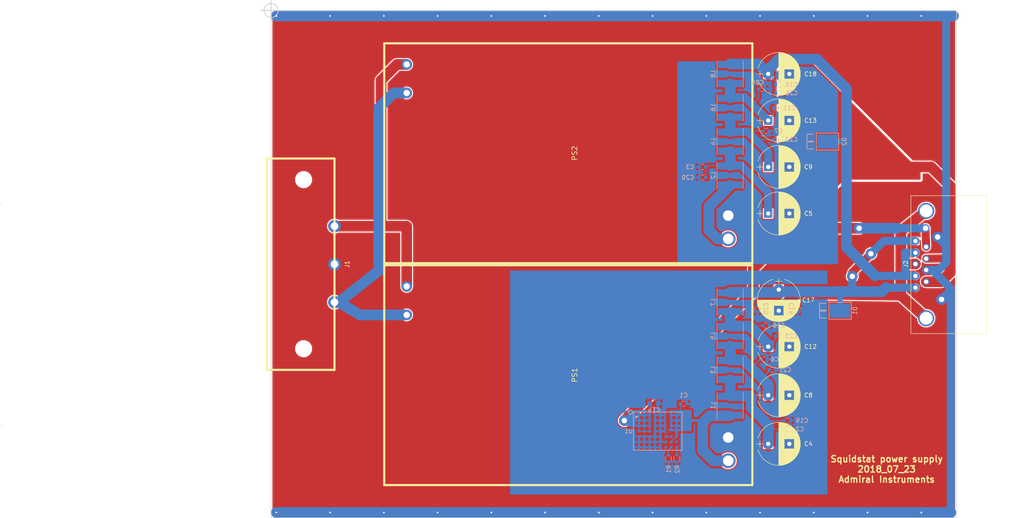
<source format=kicad_pcb>
(kicad_pcb (version 4) (host pcbnew 4.0.7)
  (layers (0 F.Cu signal) (31 B.Cu signal hide) (34 B.Paste user) (35 F.Paste user hide) (36 B.SilkS user) (37 F.SilkS user) (38 B.Mask user hide) (39 F.Mask user hide) (44 Edge.Cuts user))
  (net 0 "")
  (net 1 GND)
  (net 2 "Net-(C1-Pad1)")
  (net 3 /+0v,B)
  (net 4 "Net-(C10-Pad1)")
  (net 5 "Net-(C11-Pad1)")
  (net 6 /3.3v)
  (net 7 /+24v,A)
  (net 8 /+24v,B)
  (net 9 Earth)
  (net 10 "Net-(L2-Pad2)")
  (net 11 "Net-(J1-Pad1)")
  (net 12 "Net-(J1-Pad2)")
  (net 13 "Net-(R1-Pad1)")
  (net 14 "Net-(R2-Pad1)")
  (net 15 "Net-(U1-PadF7)")
  (net 16 "Net-(U1-PadH6)")
  (net 17 "Net-(U1-PadF5)")
  (net 18 "Net-(C19-Pad1)")
  (net 19 "Net-(C20-Pad1)")
  (net 20 "Net-(C21-Pad1)")
  (net 21 "Net-(C22-Pad1)")
  (module user:IRM-60-24 (layer F.Cu) (at 113.76 7.75)
    (fp_text reference PS2 (at -42 26 90) (layer F.SilkS) (effects (font (size 1.2 1.2))))
    (fp_text value IRM-6024)
    (pad 3 thru_hole circle (at -5.7 46.25) (size 3.5 3.5) (drill 2.5) (layers *.Cu *.Mask) (net 10 "Net-(L2-Pad2)"))
    (pad 1 thru_hole circle (at -81.7 5) (size 2.5 2.5) (drill 1.5) (layers *.Cu *.Mask) (net 11 "Net-(J1-Pad1)"))
    (pad 2 thru_hole circle (at -81.7 11.75) (size 2.5 2.5) (drill 1.5) (layers *.Cu *.Mask) (net 12 "Net-(J1-Pad2)"))
    (pad 4 thru_hole circle (at -5.7 40.75) (size 3.5 3.5) (drill 2.5) (layers *.Cu *.Mask) (net 3 /+0v,B))
  )
  (module Capacitors_SMD:C_0603 (layer B.Cu) (at 97.5 93)
    (fp_text reference C1 (at 0 -2) (layer B.SilkS) (effects (justify mirror)))
    (fp_text value 2.2u)
    (pad 2 smd rect (at 0.75 0) (size 0.8 0.75) (layers B.Cu B.Paste B.Mask) (net 1 GND))
    (pad 1 smd rect (at -0.75 0) (size 0.8 0.75) (layers B.Cu B.Paste B.Mask) (net 2 "Net-(C1-Pad1)"))
  )
  (module Capacitors_SMD:C_0603 (layer B.Cu) (at 122 99)
    (fp_text reference C2 (at 3 0) (layer B.SilkS) (effects (justify mirror)))
    (fp_text value 1u)
    (pad 2 smd rect (at 0.75 0) (size 0.8 0.75) (layers B.Cu B.Paste B.Mask) (net 1 GND))
    (pad 1 smd rect (at -0.75 0) (size 0.8 0.75) (layers B.Cu B.Paste B.Mask) (net 18 "Net-(C19-Pad1)"))
  )
  (module Capacitors_SMD:C_0603 (layer B.Cu) (at 102 37 180)
    (fp_text reference C3 (at 3 0 180) (layer B.SilkS) (effects (justify mirror)))
    (fp_text value 1u)
    (pad 2 smd rect (at 0.75 0 180) (size 0.8 0.75) (layers B.Cu B.Paste B.Mask) (net 3 /+0v,B))
    (pad 1 smd rect (at -0.75 0 180) (size 0.8 0.75) (layers B.Cu B.Paste B.Mask) (net 19 "Net-(C20-Pad1)"))
  )
  (module Capacitors_THT:CP_Radial_D10.0mm_P5.00mm (layer F.Cu) (at 117.5 102.5)
    (fp_text reference C4 (at 9.5 0) (layer F.SilkS))
    (fp_text value 560u)
    (pad 1 thru_hole rect (at 0 0) (size 2 2) (drill 1) (layers *.Cu *.Mask) (net 18 "Net-(C19-Pad1)"))
    (pad 2 thru_hole circle (at 5 0) (size 2 2) (drill 1) (layers *.Cu *.Mask) (net 1 GND))
  )
  (module Capacitors_THT:CP_Radial_D10.0mm_P5.00mm (layer F.Cu) (at 117.5 48)
    (fp_text reference C5 (at 9.5 0) (layer F.SilkS))
    (fp_text value 560u)
    (pad 1 thru_hole rect (at 0 0) (size 2 2) (drill 1) (layers *.Cu *.Mask) (net 19 "Net-(C20-Pad1)"))
    (pad 2 thru_hole circle (at 5 0) (size 2 2) (drill 1) (layers *.Cu *.Mask) (net 3 /+0v,B))
  )
  (module Capacitors_SMD:C_0603 (layer B.Cu) (at 116.5 82.5)
    (fp_text reference C6 (at 2.5 0) (layer B.SilkS) (effects (justify mirror)))
    (fp_text value 1u)
    (pad 2 smd rect (at 0.75 0) (size 0.8 0.75) (layers B.Cu B.Paste B.Mask) (net 1 GND))
    (pad 1 smd rect (at -0.75 0) (size 0.8 0.75) (layers B.Cu B.Paste B.Mask) (net 20 "Net-(C21-Pad1)"))
  )
  (module Capacitors_SMD:C_0603 (layer B.Cu) (at 117 28.5)
    (fp_text reference C7 (at 3 0) (layer B.SilkS) (effects (justify mirror)))
    (fp_text value 1u)
    (pad 2 smd rect (at 0.75 0) (size 0.8 0.75) (layers B.Cu B.Paste B.Mask) (net 3 /+0v,B))
    (pad 1 smd rect (at -0.75 0) (size 0.8 0.75) (layers B.Cu B.Paste B.Mask) (net 21 "Net-(C22-Pad1)"))
  )
  (module Capacitors_THT:CP_Radial_D10.0mm_P5.00mm (layer F.Cu) (at 117.5 91)
    (fp_text reference C8 (at 9.5 0) (layer F.SilkS))
    (fp_text value 560u)
    (pad 1 thru_hole rect (at 0 0) (size 2 2) (drill 1) (layers *.Cu *.Mask) (net 20 "Net-(C21-Pad1)"))
    (pad 2 thru_hole circle (at 5 0) (size 2 2) (drill 1) (layers *.Cu *.Mask) (net 1 GND))
  )
  (module Capacitors_THT:CP_Radial_D10.0mm_P5.00mm (layer F.Cu) (at 117.5 37)
    (fp_text reference C9 (at 9.5 0) (layer F.SilkS))
    (fp_text value 560u)
    (pad 1 thru_hole rect (at 0 0) (size 2 2) (drill 1) (layers *.Cu *.Mask) (net 21 "Net-(C22-Pad1)"))
    (pad 2 thru_hole circle (at 5 0) (size 2 2) (drill 1) (layers *.Cu *.Mask) (net 3 /+0v,B))
  )
  (module Capacitors_SMD:C_0603 (layer B.Cu) (at 117 74.5)
    (fp_text reference C10 (at 3 0) (layer B.SilkS) (effects (justify mirror)))
    (fp_text value 1u)
    (pad 2 smd rect (at 0.75 0) (size 0.8 0.75) (layers B.Cu B.Paste B.Mask) (net 1 GND))
    (pad 1 smd rect (at -0.75 0) (size 0.8 0.75) (layers B.Cu B.Paste B.Mask) (net 4 "Net-(C10-Pad1)"))
  )
  (module Capacitors_SMD:C_0603 (layer B.Cu) (at 119.5 23)
    (fp_text reference C11 (at 3 0) (layer B.SilkS) (effects (justify mirror)))
    (fp_text value 1u)
    (pad 2 smd rect (at 0.75 0) (size 0.8 0.75) (layers B.Cu B.Paste B.Mask) (net 3 /+0v,B))
    (pad 1 smd rect (at -0.75 0) (size 0.8 0.75) (layers B.Cu B.Paste B.Mask) (net 5 "Net-(C11-Pad1)"))
  )
  (module Capacitors_THT:CP_Radial_D10.0mm_P5.00mm (layer F.Cu) (at 117.5 79.5)
    (fp_text reference C12 (at 10 0) (layer F.SilkS))
    (fp_text value 560u)
    (pad 1 thru_hole rect (at 0 0) (size 2 2) (drill 1) (layers *.Cu *.Mask) (net 4 "Net-(C10-Pad1)"))
    (pad 2 thru_hole circle (at 5 0) (size 2 2) (drill 1) (layers *.Cu *.Mask) (net 1 GND))
  )
  (module Capacitors_THT:CP_Radial_D10.0mm_P5.00mm (layer F.Cu) (at 117.5 26)
    (fp_text reference C13 (at 10 0) (layer F.SilkS))
    (fp_text value 560u)
    (pad 1 thru_hole rect (at 0 0) (size 2 2) (drill 1) (layers *.Cu *.Mask) (net 5 "Net-(C11-Pad1)"))
    (pad 2 thru_hole circle (at 5 0) (size 2 2) (drill 1) (layers *.Cu *.Mask) (net 3 /+0v,B))
  )
  (module Capacitors_SMD:C_0603 (layer B.Cu) (at 124.5 70.5 270)
    (fp_text reference C15 (at 0 1.5 270) (layer B.SilkS) (effects (justify mirror)))
    (fp_text value 1u)
    (pad 2 smd rect (at 0.75 0 270) (size 0.8 0.75) (layers B.Cu B.Paste B.Mask) (net 1 GND))
    (pad 1 smd rect (at -0.75 0 270) (size 0.8 0.75) (layers B.Cu B.Paste B.Mask) (net 7 /+24v,A))
  )
  (module Capacitors_SMD:C_0603 (layer B.Cu) (at 120 17.5)
    (fp_text reference C16 (at 3 0) (layer B.SilkS) (effects (justify mirror)))
    (fp_text value 1u)
    (pad 2 smd rect (at 0.75 0) (size 0.8 0.75) (layers B.Cu B.Paste B.Mask) (net 3 /+0v,B))
    (pad 1 smd rect (at -0.75 0) (size 0.8 0.75) (layers B.Cu B.Paste B.Mask) (net 8 /+24v,B))
  )
  (module Capacitors_THT:CP_Radial_D10.0mm_P5.00mm (layer F.Cu) (at 120 66 270)
    (fp_text reference C17 (at 2.5 -7 360) (layer F.SilkS))
    (fp_text value 560u)
    (pad 1 thru_hole rect (at 0 0 270) (size 2 2) (drill 1) (layers *.Cu *.Mask) (net 7 /+24v,A))
    (pad 2 thru_hole circle (at 5 0 270) (size 2 2) (drill 1) (layers *.Cu *.Mask) (net 1 GND))
  )
  (module Capacitors_THT:CP_Radial_D10.0mm_P5.00mm (layer F.Cu) (at 117.5 15)
    (fp_text reference C18 (at 10 0) (layer F.SilkS))
    (fp_text value 560u)
    (pad 1 thru_hole rect (at 0 0) (size 2 2) (drill 1) (layers *.Cu *.Mask) (net 8 /+24v,B))
    (pad 2 thru_hole circle (at 5 0) (size 2 2) (drill 1) (layers *.Cu *.Mask) (net 3 /+0v,B))
  )
  (module user:IRM-60-24 (layer F.Cu) (at 113.76 60.25)
    (fp_text reference PS1 (at -42 26 90) (layer F.SilkS) (effects (font (size 1.2 1.2))))
    (fp_text value IRM-6024)
    (pad 3 thru_hole circle (at -5.7 46.25) (size 3.5 3.5) (drill 2.5) (layers *.Cu *.Mask) (net 2 "Net-(C1-Pad1)"))
    (pad 1 thru_hole circle (at -81.7 5) (size 2.5 2.5) (drill 1.5) (layers *.Cu *.Mask) (net 11 "Net-(J1-Pad1)"))
    (pad 2 thru_hole circle (at -81.7 11.75) (size 2.5 2.5) (drill 1.5) (layers *.Cu *.Mask) (net 12 "Net-(J1-Pad2)"))
    (pad 4 thru_hole circle (at -5.7 40.75) (size 3.5 3.5) (drill 2.5) (layers *.Cu *.Mask) (net 1 GND))
  )
  (module Resistors_SMD:R_0603 (layer B.Cu) (at 93.9 106 270)
    (fp_text reference R1 (at 2.5 -0.1 270) (layer B.SilkS) (effects (justify mirror)))
    (fp_text value 42.2k)
    (pad 1 smd rect (at -0.75 0 270) (size 0.5 0.9) (layers B.Cu B.Paste B.Mask) (net 13 "Net-(R1-Pad1)"))
    (pad 2 smd rect (at 0.75 0 270) (size 0.5 0.9) (layers B.Cu B.Paste B.Mask) (net 1 GND))
  )
  (module Resistors_SMD:R_0603 (layer B.Cu) (at 95.9 106 270)
    (fp_text reference R2 (at 2.5 -0.1 270) (layer B.SilkS) (effects (justify mirror)))
    (fp_text value 154k)
    (pad 1 smd rect (at -0.75 0 270) (size 0.5 0.9) (layers B.Cu B.Paste B.Mask) (net 14 "Net-(R2-Pad1)"))
    (pad 2 smd rect (at 0.75 0 270) (size 0.5 0.9) (layers B.Cu B.Paste B.Mask) (net 1 GND))
  )
  (module user:AC_receptacle (layer F.Cu) (at 15 60 90)
    (fp_text reference J1 (at 0 3 90) (layer F.SilkS))
    (fp_text value Conn_WallPlug_Earth)
    (pad "" np_thru_hole circle (at 20 -7.3 90) (size 3.5 3.5) (drill 3.5) (layers *.Cu *.Mask))
    (pad 2 thru_hole circle (at -9 0 90) (size 3 3) (drill 1.8) (layers *.Cu *.Mask) (net 12 "Net-(J1-Pad2)"))
    (pad 1 thru_hole circle (at 9 0 90) (size 3 3) (drill 1.8) (layers *.Cu *.Mask) (net 11 "Net-(J1-Pad1)"))
    (pad 3 thru_hole circle (at 0 0 90) (size 3 3) (drill 1.8) (layers *.Cu *.Mask) (net 9 Earth))
    (pad "" np_thru_hole circle (at -20 -7.3 90) (size 3.5 3.5) (drill 3.5) (layers *.Cu *.Mask))
  )
  (module Capacitors_SMD:C_0603 (layer B.Cu) (at 122 97)
    (fp_text reference C19 (at 3.5 0) (layer B.SilkS) (effects (justify mirror)))
    (fp_text value 10n)
    (pad 2 smd rect (at 0.75 0) (size 0.8 0.75) (layers B.Cu B.Paste B.Mask) (net 1 GND))
    (pad 1 smd rect (at -0.75 0) (size 0.8 0.75) (layers B.Cu B.Paste B.Mask) (net 18 "Net-(C19-Pad1)"))
  )
  (module Capacitors_SMD:C_0603 (layer B.Cu) (at 102 39.5 180)
    (fp_text reference C20 (at 3.5 0 180) (layer B.SilkS) (effects (justify mirror)))
    (fp_text value 10n)
    (pad 2 smd rect (at 0.75 0 180) (size 0.8 0.75) (layers B.Cu B.Paste B.Mask) (net 3 /+0v,B))
    (pad 1 smd rect (at -0.75 0 180) (size 0.8 0.75) (layers B.Cu B.Paste B.Mask) (net 19 "Net-(C20-Pad1)"))
  )
  (module Capacitors_SMD:C_0603 (layer B.Cu) (at 118.5 85)
    (fp_text reference C21 (at 3 0) (layer B.SilkS) (effects (justify mirror)))
    (fp_text value 10n)
    (pad 2 smd rect (at 0.75 0) (size 0.8 0.75) (layers B.Cu B.Paste B.Mask) (net 1 GND))
    (pad 1 smd rect (at -0.75 0) (size 0.8 0.75) (layers B.Cu B.Paste B.Mask) (net 20 "Net-(C21-Pad1)"))
  )
  (module Capacitors_SMD:C_0603 (layer B.Cu) (at 119.5 30.5)
    (fp_text reference C22 (at 3.5 0) (layer B.SilkS) (effects (justify mirror)))
    (fp_text value 10n)
    (pad 2 smd rect (at 0.75 0) (size 0.8 0.75) (layers B.Cu B.Paste B.Mask) (net 3 /+0v,B))
    (pad 1 smd rect (at -0.75 0) (size 0.8 0.75) (layers B.Cu B.Paste B.Mask) (net 21 "Net-(C22-Pad1)"))
  )
  (module Capacitors_SMD:C_0603 (layer B.Cu) (at 120 77)
    (fp_text reference C23 (at 3 0) (layer B.SilkS) (effects (justify mirror)))
    (fp_text value 10n)
    (pad 2 smd rect (at 0.75 0) (size 0.8 0.75) (layers B.Cu B.Paste B.Mask) (net 1 GND))
    (pad 1 smd rect (at -0.75 0) (size 0.8 0.75) (layers B.Cu B.Paste B.Mask) (net 4 "Net-(C10-Pad1)"))
  )
  (module Capacitors_SMD:C_0603 (layer B.Cu) (at 116 18.5)
    (fp_text reference C24 (at -1 -1.5) (layer B.SilkS) (effects (justify mirror)))
    (fp_text value 10n)
    (pad 2 smd rect (at 0.75 0) (size 0.8 0.75) (layers B.Cu B.Paste B.Mask) (net 3 /+0v,B))
    (pad 1 smd rect (at -0.75 0) (size 0.8 0.75) (layers B.Cu B.Paste B.Mask) (net 5 "Net-(C11-Pad1)"))
  )
  (module Capacitors_SMD:C_0603 (layer B.Cu) (at 115 70.5 270)
    (fp_text reference C25 (at 0 -2 270) (layer B.SilkS) (effects (justify mirror)))
    (fp_text value 10n)
    (pad 2 smd rect (at 0.75 0 270) (size 0.8 0.75) (layers B.Cu B.Paste B.Mask) (net 1 GND))
    (pad 1 smd rect (at -0.75 0 270) (size 0.8 0.75) (layers B.Cu B.Paste B.Mask) (net 7 /+24v,A))
  )
  (module Capacitors_SMD:C_0603 (layer B.Cu) (at 120 19.5)
    (fp_text reference C26 (at 3 0) (layer B.SilkS) (effects (justify mirror)))
    (fp_text value 10n)
    (pad 2 smd rect (at 0.75 0) (size 0.8 0.75) (layers B.Cu B.Paste B.Mask) (net 3 /+0v,B))
    (pad 1 smd rect (at -0.75 0) (size 0.8 0.75) (layers B.Cu B.Paste B.Mask) (net 8 /+24v,B))
  )
  (module user:LGA-50 (layer B.Cu) (at 91.4 99.5)
    (fp_text reference U1 (at -6.9 0) (layer B.SilkS) (effects (justify mirror)))
    (fp_text value LTM8022)
    (pad H7 smd rect (at 4.445 3.81) (size 0.64 0.64) (layers B.Cu B.Paste B.Mask) (net 14 "Net-(R2-Pad1)"))
    (pad G7 smd rect (at 3.175 3.81) (size 0.64 0.64) (layers B.Cu B.Paste B.Mask) (net 13 "Net-(R1-Pad1)"))
    (pad F7 smd rect (at 1.905 3.81) (size 0.64 0.64) (layers B.Cu B.Paste B.Mask) (net 15 "Net-(U1-PadF7)"))
    (pad E1 smd rect (at 0.635 3.81) (size 0.64 0.64) (layers B.Cu B.Paste B.Mask) (net 1 GND))
    (pad E1 smd rect (at -0.635 3.81) (size 0.64 0.64) (layers B.Cu B.Paste B.Mask) (net 1 GND))
    (pad E1 smd rect (at -1.905 3.81) (size 0.64 0.64) (layers B.Cu B.Paste B.Mask) (net 1 GND))
    (pad E1 smd rect (at -3.175 3.81) (size 0.64 0.64) (layers B.Cu B.Paste B.Mask) (net 1 GND))
    (pad E1 smd rect (at -4.445 3.81) (size 0.64 0.64) (layers B.Cu B.Paste B.Mask) (net 1 GND))
    (pad H6 smd rect (at 4.445 2.54) (size 0.64 0.64) (layers B.Cu B.Paste B.Mask) (net 16 "Net-(U1-PadH6)"))
    (pad G6 smd rect (at 3.175 2.54) (size 0.64 0.64) (layers B.Cu B.Paste B.Mask) (net 2 "Net-(C1-Pad1)"))
    (pad E1 smd rect (at 1.905 2.54) (size 0.64 0.64) (layers B.Cu B.Paste B.Mask) (net 1 GND))
    (pad E1 smd rect (at 0.635 2.54) (size 0.64 0.64) (layers B.Cu B.Paste B.Mask) (net 1 GND))
    (pad E1 smd rect (at -0.635 2.54) (size 0.64 0.64) (layers B.Cu B.Paste B.Mask) (net 1 GND))
    (pad E1 smd rect (at -1.905 2.54) (size 0.64 0.64) (layers B.Cu B.Paste B.Mask) (net 1 GND))
    (pad E1 smd rect (at -3.175 2.54) (size 0.64 0.64) (layers B.Cu B.Paste B.Mask) (net 1 GND))
    (pad E1 smd rect (at -4.445 2.54) (size 0.64 0.64) (layers B.Cu B.Paste B.Mask) (net 1 GND))
    (pad H5 smd rect (at 4.445 1.27) (size 0.64 0.64) (layers B.Cu B.Paste B.Mask) (net 2 "Net-(C1-Pad1)"))
    (pad G5 smd rect (at 3.175 1.27) (size 0.64 0.64) (layers B.Cu B.Paste B.Mask) (net 17 "Net-(U1-PadF5)"))
    (pad F5 smd rect (at 1.905 1.27) (size 0.64 0.64) (layers B.Cu B.Paste B.Mask) (net 17 "Net-(U1-PadF5)"))
    (pad E1 smd rect (at 0.635 1.27) (size 0.64 0.64) (layers B.Cu B.Paste B.Mask) (net 1 GND))
    (pad E1 smd rect (at -0.635 1.27) (size 0.64 0.64) (layers B.Cu B.Paste B.Mask) (net 1 GND))
    (pad E1 smd rect (at -1.905 1.27) (size 0.64 0.64) (layers B.Cu B.Paste B.Mask) (net 1 GND))
    (pad E1 smd rect (at -3.175 1.27) (size 0.64 0.64) (layers B.Cu B.Paste B.Mask) (net 1 GND))
    (pad E1 smd rect (at -4.445 1.27) (size 0.64 0.64) (layers B.Cu B.Paste B.Mask) (net 1 GND))
    (pad E1 smd rect (at 0.635 0) (size 0.64 0.64) (layers B.Cu B.Paste B.Mask) (net 1 GND))
    (pad E1 smd rect (at -0.635 0) (size 0.64 0.64) (layers B.Cu B.Paste B.Mask) (net 1 GND))
    (pad A1 smd rect (at -1.905 0) (size 0.64 0.64) (layers B.Cu B.Paste B.Mask) (net 6 /3.3v))
    (pad A1 smd rect (at -3.175 0) (size 0.64 0.64) (layers B.Cu B.Paste B.Mask) (net 6 /3.3v))
    (pad A1 smd rect (at -4.445 0) (size 0.64 0.64) (layers B.Cu B.Paste B.Mask) (net 6 /3.3v))
    (pad H1 smd rect (at 4.445 -1.27) (size 0.64 0.64) (layers B.Cu B.Paste B.Mask) (net 2 "Net-(C1-Pad1)"))
    (pad H1 smd rect (at 3.175 -1.27) (size 0.64 0.64) (layers B.Cu B.Paste B.Mask) (net 2 "Net-(C1-Pad1)"))
    (pad E1 smd rect (at 0.635 -1.27) (size 0.64 0.64) (layers B.Cu B.Paste B.Mask) (net 1 GND))
    (pad E1 smd rect (at -0.635 -1.27) (size 0.64 0.64) (layers B.Cu B.Paste B.Mask) (net 1 GND))
    (pad A1 smd rect (at -1.905 -1.27) (size 0.64 0.64) (layers B.Cu B.Paste B.Mask) (net 6 /3.3v))
    (pad A1 smd rect (at -3.175 -1.27) (size 0.64 0.64) (layers B.Cu B.Paste B.Mask) (net 6 /3.3v))
    (pad A1 smd rect (at -4.445 -1.27) (size 0.64 0.64) (layers B.Cu B.Paste B.Mask) (net 6 /3.3v))
    (pad H1 smd rect (at 3.175 -2.54) (size 0.64 0.64) (layers B.Cu B.Paste B.Mask) (net 2 "Net-(C1-Pad1)"))
    (pad E1 smd rect (at -0.635 -2.54) (size 0.64 0.64) (layers B.Cu B.Paste B.Mask) (net 1 GND))
    (pad E1 smd rect (at 0.635 -2.54) (size 0.64 0.64) (layers B.Cu B.Paste B.Mask) (net 1 GND))
    (pad H1 smd rect (at 4.445 -3.81) (size 0.64 0.64) (layers B.Cu B.Paste B.Mask) (net 2 "Net-(C1-Pad1)"))
    (pad H1 smd rect (at 4.445 -2.54) (size 0.64 0.64) (layers B.Cu B.Paste B.Mask) (net 2 "Net-(C1-Pad1)"))
    (pad H1 smd rect (at 3.175 -3.81) (size 0.64 0.64) (layers B.Cu B.Paste B.Mask) (net 2 "Net-(C1-Pad1)"))
    (pad E1 smd rect (at 0.635 -3.81) (size 0.64 0.64) (layers B.Cu B.Paste B.Mask) (net 1 GND))
    (pad A1 smd rect (at -4.445 -3.81) (size 0.64 0.64) (layers B.Cu B.Paste B.Mask) (net 6 /3.3v))
    (pad A1 smd rect (at -3.175 -3.81) (size 0.64 0.64) (layers B.Cu B.Paste B.Mask) (net 6 /3.3v))
    (pad A1 smd rect (at -1.905 -3.81) (size 0.64 0.64) (layers B.Cu B.Paste B.Mask) (net 6 /3.3v))
    (pad E1 smd rect (at -0.635 -3.81) (size 0.64 0.64) (layers B.Cu B.Paste B.Mask) (net 1 GND))
    (pad A1 smd rect (at -1.905 -2.54) (size 0.64 0.64) (layers B.Cu B.Paste B.Mask) (net 6 /3.3v))
    (pad A1 smd rect (at -3.175 -2.54) (size 0.64 0.64) (layers B.Cu B.Paste B.Mask) (net 6 /3.3v))
    (pad A1 smd rect (at -4.445 -2.54) (size 0.64 0.64) (layers B.Cu B.Paste B.Mask) (net 6 /3.3v))
    (pad A1 smd rect (at -4.445 -3.81) (size 0.64 0.64) (layers B.Cu B.Paste B.Mask) (net 6 /3.3v))
  )
  (module user:6045_inductor (layer B.Cu) (at 108.5 93.5 270)
    (fp_text reference L1 (at 0 4 270) (layer B.SilkS) (effects (justify mirror)))
    (fp_text value 10u)
    (pad 1 smd rect (at -2.25 0 270) (size 1.7 5.9) (layers B.Cu B.Paste B.Mask) (net 18 "Net-(C19-Pad1)"))
    (pad 2 smd rect (at 2.25 0 270) (size 1.7 5.9) (layers B.Cu B.Paste B.Mask) (net 2 "Net-(C1-Pad1)"))
  )
  (module user:6045_inductor (layer B.Cu) (at 108.5 39 270)
    (fp_text reference L2 (at 0 4 270) (layer B.SilkS) (effects (justify mirror)))
    (fp_text value 10u)
    (pad 1 smd rect (at -2.25 0 270) (size 1.7 5.9) (layers B.Cu B.Paste B.Mask) (net 19 "Net-(C20-Pad1)"))
    (pad 2 smd rect (at 2.25 0 270) (size 1.7 5.9) (layers B.Cu B.Paste B.Mask) (net 10 "Net-(L2-Pad2)"))
  )
  (module user:6045_inductor (layer B.Cu) (at 108.5 85 270)
    (fp_text reference L3 (at 0 4 270) (layer B.SilkS) (effects (justify mirror)))
    (fp_text value 10u)
    (pad 1 smd rect (at -2.25 0 270) (size 1.7 5.9) (layers B.Cu B.Paste B.Mask) (net 20 "Net-(C21-Pad1)"))
    (pad 2 smd rect (at 2.25 0 270) (size 1.7 5.9) (layers B.Cu B.Paste B.Mask) (net 18 "Net-(C19-Pad1)"))
  )
  (module user:6045_inductor (layer B.Cu) (at 108.5 31 270)
    (fp_text reference L4 (at 0 4 270) (layer B.SilkS) (effects (justify mirror)))
    (fp_text value 10u)
    (pad 1 smd rect (at -2.25 0 270) (size 1.7 5.9) (layers B.Cu B.Paste B.Mask) (net 21 "Net-(C22-Pad1)"))
    (pad 2 smd rect (at 2.25 0 270) (size 1.7 5.9) (layers B.Cu B.Paste B.Mask) (net 19 "Net-(C20-Pad1)"))
  )
  (module user:6045_inductor (layer B.Cu) (at 108.5 77 270)
    (fp_text reference L5 (at 0 4 270) (layer B.SilkS) (effects (justify mirror)))
    (fp_text value 10u)
    (pad 1 smd rect (at -2.25 0 270) (size 1.7 5.9) (layers B.Cu B.Paste B.Mask) (net 4 "Net-(C10-Pad1)"))
    (pad 2 smd rect (at 2.25 0 270) (size 1.7 5.9) (layers B.Cu B.Paste B.Mask) (net 20 "Net-(C21-Pad1)"))
  )
  (module user:6045_inductor (layer B.Cu) (at 108.5 23 270)
    (fp_text reference L6 (at 0 4 270) (layer B.SilkS) (effects (justify mirror)))
    (fp_text value 10u)
    (pad 1 smd rect (at -2.25 0 270) (size 1.7 5.9) (layers B.Cu B.Paste B.Mask) (net 5 "Net-(C11-Pad1)"))
    (pad 2 smd rect (at 2.25 0 270) (size 1.7 5.9) (layers B.Cu B.Paste B.Mask) (net 21 "Net-(C22-Pad1)"))
  )
  (module user:6045_inductor (layer B.Cu) (at 108.5 69 270)
    (fp_text reference L7 (at 0 4 270) (layer B.SilkS) (effects (justify mirror)))
    (fp_text value 10u)
    (pad 1 smd rect (at -2.25 0 270) (size 1.7 5.9) (layers B.Cu B.Paste B.Mask) (net 7 /+24v,A))
    (pad 2 smd rect (at 2.25 0 270) (size 1.7 5.9) (layers B.Cu B.Paste B.Mask) (net 4 "Net-(C10-Pad1)"))
  )
  (module user:6045_inductor (layer B.Cu) (at 108.5 15 270)
    (fp_text reference L8 (at 0 4 270) (layer B.SilkS) (effects (justify mirror)))
    (fp_text value 10u)
    (pad 1 smd rect (at -2.25 0 270) (size 1.7 5.9) (layers B.Cu B.Paste B.Mask) (net 8 /+24v,B))
    (pad 2 smd rect (at 2.25 0 270) (size 1.7 5.9) (layers B.Cu B.Paste B.Mask) (net 5 "Net-(C11-Pad1)"))
  )
  (module Capacitors_SMD:C_0805 (layer B.Cu) (at 90.5 93)
    (fp_text reference C14 (at 0 1.5) (layer B.SilkS) (effects (justify mirror)))
    (fp_text value 22u)
    (pad 1 smd rect (at -1 0) (size 1 1.25) (layers B.Cu B.Paste B.Mask) (net 6 /3.3v))
    (pad 2 smd rect (at 1 0) (size 1 1.25) (layers B.Cu B.Paste B.Mask) (net 1 GND))
  )
  (module user:PowerDI5 (layer B.Cu) (at 134.5 71 90)
    (fp_text reference D1 (at 0 3.5 90) (layer B.SilkS) (effects (justify mirror)))
    (fp_text value 31v)
    (pad 2 smd rect (at -0.92 -3.982 90) (size 1.39 1.4) (layers B.Cu B.Paste B.Mask) (net 1 GND))
    (pad 1 smd rect (at 0 0 90) (size 3.36 4.86) (layers B.Cu B.Paste B.Mask) (net 7 /+24v,A))
    (pad 2 smd rect (at 0.92 -3.982 90) (size 1.39 1.4) (layers B.Cu B.Paste B.Mask) (net 1 GND))
  )
  (module user:PowerDI5 (layer B.Cu) (at 131.5 31 90)
    (fp_text reference D2 (at 0 4 90) (layer B.SilkS) (effects (justify mirror)))
    (fp_text value 31v)
    (pad 2 smd rect (at -0.92 -3.982 90) (size 1.39 1.4) (layers B.Cu B.Paste B.Mask) (net 3 /+0v,B))
    (pad 1 smd rect (at 0 0 90) (size 3.36 4.86) (layers B.Cu B.Paste B.Mask) (net 8 /+24v,B))
    (pad 2 smd rect (at 0.92 -3.982 90) (size 1.39 1.4) (layers B.Cu B.Paste B.Mask) (net 3 /+0v,B))
  )
  (module user_generated_footprints:DB9FC_w_housing_connection (layer F.Cu) (at 152.3 54.5 270)
    (fp_text reference J2 (at 5.46 2.28 270) (layer F.SilkS))
    (fp_text value DB9_Female_MountingHoles)
    (pad 0 thru_hole circle (at 18.29 -2.54 270) (size 3.81 3.81) (drill 3.05) (layers *.Cu *.Mask) (net 1 GND))
    (pad 0 thru_hole circle (at -7.11 -2.54 270) (size 3.81 3.81) (drill 3.05) (layers *.Cu *.Mask) (net 1 GND))
    (pad 1 thru_hole rect (at 0 0 270) (size 1.52 1.52) (drill 1.02) (layers *.Cu *.Mask) (net 7 /+24v,A))
    (pad 2 thru_hole circle (at 2.79 0 270) (size 1.52 1.52) (drill 1.02) (layers *.Cu *.Mask) (net 8 /+24v,B))
    (pad 3 thru_hole circle (at 5.46 0 270) (size 1.52 1.52) (drill 1.02) (layers *.Cu *.Mask) (net 1 GND))
    (pad 4 thru_hole circle (at 8.26 0 270) (size 1.52 1.52) (drill 1.02) (layers *.Cu *.Mask) (net 8 /+24v,B))
    (pad 5 thru_hole circle (at 11.05 0 270) (size 1.52 1.52) (drill 1.02) (layers *.Cu *.Mask) (net 7 /+24v,A))
    (pad 6 thru_hole circle (at 1.4 -2.54 270) (size 1.52 1.52) (drill 1.02) (layers *.Cu *.Mask) (net 6 /3.3v))
    (pad 7 thru_hole circle (at 4.19 -2.54 270) (size 1.52 1.52) (drill 1.02) (layers *.Cu *.Mask) (net 3 /+0v,B))
    (pad 8 thru_hole circle (at 6.86 -2.54 270) (size 1.52 1.52) (drill 1.02) (layers *.Cu *.Mask) (net 9 Earth))
    (pad 9 thru_hole circle (at 9.65 -2.54 270) (size 1.52 1.52) (drill 1.02) (layers *.Cu *.Mask) (net 3 /+0v,B))
  )
  (gr_text "Squidstat power supply\n2018_07_23\nAdmiral Instruments" (at 145.5 108.5) (layer F.SilkS) (effects (font (size 1.5 1.5) (thickness 0.3))))
  (target plus (at 0 0) (size 5) (width 0.15) (layer Edge.Cuts))
  (target plus (at 0 0) (size 5) (width 0.15) (layer Edge.Cuts))
  (gr_line (start 0 0) (end 162 0) (angle 90) (layer Edge.Cuts) (width 0.15))
  (gr_line (start 162 0) (end 162 120) (angle 90) (layer Edge.Cuts) (width 0.15))
  (gr_line (start 0 120) (end 162 120) (angle 90) (layer Edge.Cuts) (width 0.15))
  (gr_line (start 0 0) (end 0 120) (angle 90) (layer Edge.Cuts) (width 0.15))
  (segment (start 124 67) (end 148.81 67.35) (width 2.54) (layer F.Cu) (net 1))
  (segment (start 148.81 67.35) (end 148.83 59.96) (width 2.54) (layer F.Cu) (net 1))
  (segment (start 154.84 72.79) (end 148.81 67.35) (width 2.54) (layer F.Cu) (net 1))
  (segment (start 152.3 59.96) (end 148.83 59.96) (width 2.54) (layer F.Cu) (net 1))
  (segment (start 148.83 52.19) (end 148.83 59.96) (width 2.54) (layer F.Cu) (net 1))
  (segment (start 154.84 47.39) (end 148.83 52.19) (width 2.54) (layer F.Cu) (net 1))
  (segment (start 124 67) (end 120 71) (width 2.54) (layer F.Cu) (net 1))
  (segment (start 108.06 106.5) (end 104.5 106.5) (width 2.54) (layer B.Cu) (net 2))
  (segment (start 104.5 106.5) (end 102 104) (width 2.54) (layer B.Cu) (net 2))
  (segment (start 102 104) (end 102 97.5) (width 2.54) (layer B.Cu) (net 2))
  (segment (start 101.46 96.96) (end 102 97.5) (width 0.635) (layer B.Cu) (net 2))
  (segment (start 102 97.5) (end 103.65 95.85) (width 2.54) (layer B.Cu) (net 2))
  (segment (start 95.845 96.96) (end 101.46 96.96) (width 0.635) (layer B.Cu) (net 2))
  (segment (start 96.75 93) (end 96.75 94.785) (width 0.254) (layer B.Cu) (net 2))
  (segment (start 96.75 94.785) (end 95.845 95.69) (width 0.254) (layer B.Cu) (net 2))
  (segment (start 95.845 100.77) (end 94.575 102.04) (width 0.254) (layer B.Cu) (net 2))
  (segment (start 95.845 98.23) (end 95.845 100.77) (width 0.635) (layer B.Cu) (net 2))
  (segment (start 103.65 95.85) (end 108.5 95.85) (width 2.54) (layer B.Cu) (net 2))
  (segment (start 160.5 58.61) (end 160.5 62) (width 2.54) (layer F.Cu) (net 3))
  (segment (start 160.5 41.5) (end 160.5 58.61) (width 2.54) (layer F.Cu) (net 3))
  (segment (start 154.84 58.69) (end 160.5 58.61) (width 1.905) (layer F.Cu) (net 3))
  (segment (start 122.5 37) (end 156 37) (width 2.54) (layer F.Cu) (net 3))
  (segment (start 158.35 64.15) (end 154.84 64.15) (width 2.54) (layer F.Cu) (net 3))
  (segment (start 160.5 62) (end 158.35 64.15) (width 2.54) (layer F.Cu) (net 3))
  (segment (start 156 37) (end 160.5 41.5) (width 2.54) (layer F.Cu) (net 3))
  (segment (start 122.5 26) (end 122.5 15) (width 1.905) (layer F.Cu) (net 3))
  (segment (start 122.5 37) (end 122.5 26) (width 1.905) (layer F.Cu) (net 3))
  (segment (start 122.5 48) (end 122.5 37) (width 1.905) (layer F.Cu) (net 3))
  (segment (start 119.25 77) (end 119.25 77.75) (width 0.254) (layer B.Cu) (net 4))
  (segment (start 119.25 77.75) (end 117.5 79.5) (width 0.254) (layer B.Cu) (net 4))
  (segment (start 116.25 74.5) (end 113.3 74.5) (width 0.254) (layer B.Cu) (net 4))
  (segment (start 113.3 74.5) (end 113.15 74.65) (width 0.254) (layer B.Cu) (net 4))
  (segment (start 117.5 79.5) (end 117.58 79.08) (width 2.54) (layer B.Cu) (net 4))
  (segment (start 113.15 74.65) (end 108.5 74.65) (width 2.54) (layer B.Cu) (net 4))
  (segment (start 117.58 79.08) (end 113.15 74.65) (width 2.54) (layer B.Cu) (net 4))
  (segment (start 108.5 74.65) (end 108.5 71.35) (width 2.54) (layer B.Cu) (net 4))
  (segment (start 118.75 23) (end 118.75 24.75) (width 0.254) (layer B.Cu) (net 5))
  (segment (start 118.75 24.75) (end 117.5 26) (width 0.254) (layer B.Cu) (net 5))
  (segment (start 115.25 18.5) (end 115.25 20.5) (width 0.254) (layer B.Cu) (net 5))
  (segment (start 115.25 20.5) (end 115.25 20.75) (width 0.254) (layer B.Cu) (net 5))
  (segment (start 115.25 20.75) (end 113.75 22.25) (width 0.254) (layer B.Cu) (net 5))
  (segment (start 117.5 26) (end 113.75 22.25) (width 1.905) (layer B.Cu) (net 5))
  (segment (start 113.75 22.25) (end 112 20.5) (width 1.905) (layer B.Cu) (net 5))
  (segment (start 112 20.5) (end 108.65 20.5) (width 1.905) (layer B.Cu) (net 5))
  (segment (start 108.65 20.5) (end 108.5 20.65) (width 1.905) (layer B.Cu) (net 5))
  (segment (start 108.5 20.65) (end 108.5 17.35) (width 2.54) (layer B.Cu) (net 5))
  (segment (start 154.84 55.9) (end 154.68 51.5) (width 1.905) (layer F.Cu) (net 6))
  (via (at 154.68 51.5) (size 1.905) (drill 1.27) (layers F.Cu B.Cu) (net 6))
  (segment (start 148 51.5) (end 154.68 51.5) (width 1.905) (layer B.Cu) (net 6))
  (segment (start 83.54 96.96) (end 83.5 97) (width 2.54) (layer B.Cu) (net 6))
  (via (at 83.5 97) (size 2.54) (drill 1.27) (layers F.Cu B.Cu) (net 6))
  (segment (start 83.5 97) (end 114 66.5) (width 2.54) (layer F.Cu) (net 6))
  (segment (start 114 66.5) (end 114 61) (width 2.54) (layer F.Cu) (net 6))
  (segment (start 114 61) (end 123.5 51.5) (width 2.54) (layer F.Cu) (net 6))
  (segment (start 123.5 51.5) (end 139 51.5) (width 2.54) (layer F.Cu) (net 6))
  (via (at 139 51.5) (size 2.54) (drill 1.27) (layers F.Cu B.Cu) (net 6))
  (segment (start 139 51.5) (end 148 51.5) (width 2.54) (layer B.Cu) (net 6))
  (segment (start 83.54 96.96) (end 84.54 96.96) (width 2.54) (layer B.Cu) (net 6))
  (segment (start 154.84 51.66) (end 154.68 51.5) (width 0.635) (layer B.Cu) (net 6))
  (segment (start 88.225 99.5) (end 88.225 98.23) (width 0.254) (layer B.Cu) (net 6))
  (segment (start 86.955 98.23) (end 86.955 99.5) (width 0.254) (layer B.Cu) (net 6))
  (segment (start 86.955 99.5) (end 88.225 99.5) (width 0.254) (layer B.Cu) (net 6))
  (segment (start 88.225 99.5) (end 89.495 99.5) (width 0.254) (layer B.Cu) (net 6))
  (segment (start 89.495 99.5) (end 89.495 98.23) (width 0.254) (layer B.Cu) (net 6))
  (segment (start 89.75 93) (end 89.75 94.25) (width 0.254) (layer B.Cu) (net 6))
  (segment (start 89.495 94.505) (end 89.495 95.69) (width 0.254) (layer B.Cu) (net 6))
  (segment (start 89.75 94.25) (end 89.495 94.505) (width 0.254) (layer B.Cu) (net 6))
  (segment (start 86.955 96.96) (end 84.54 96.96) (width 0.254) (layer B.Cu) (net 6))
  (segment (start 84.54 96.96) (end 84.5 97) (width 0.254) (layer B.Cu) (net 6))
  (segment (start 144.35 66.5) (end 137.18 66.5) (width 2.54) (layer B.Cu) (net 7))
  (segment (start 137.18 66.5) (end 134.5 66.5) (width 2.54) (layer B.Cu) (net 7))
  (segment (start 137.38 62.88) (end 137.38 66.3) (width 1.905) (layer B.Cu) (net 7))
  (segment (start 137.38 66.3) (end 137.18 66.5) (width 1.905) (layer B.Cu) (net 7))
  (segment (start 141.77 57.53) (end 137.38 61.92) (width 1.905) (layer F.Cu) (net 7))
  (segment (start 137.38 61.92) (end 137.38 62.88) (width 1.905) (layer F.Cu) (net 7))
  (via (at 137.38 62.88) (size 2.54) (drill 1.27) (layers F.Cu B.Cu) (net 7))
  (segment (start 152.3 54.5) (end 144.8 54.5) (width 1.905) (layer B.Cu) (net 7))
  (segment (start 144.8 54.5) (end 141.77 57.53) (width 1.905) (layer B.Cu) (net 7))
  (via (at 141.77 57.53) (size 2.54) (drill 1.27) (layers F.Cu B.Cu) (net 7))
  (segment (start 152.3 65.55) (end 145.3 65.55) (width 1.905) (layer B.Cu) (net 7))
  (segment (start 144.35 66.5) (end 145.3 65.55) (width 2.54) (layer B.Cu) (net 7))
  (segment (start 134.5 71) (end 134.5 66.5) (width 1.27) (layer B.Cu) (net 7))
  (segment (start 134.5 66.5) (end 134.5 67) (width 1.27) (layer B.Cu) (net 7))
  (segment (start 134.5 67) (end 134.5 66.5) (width 1.27) (layer B.Cu) (net 7))
  (segment (start 124.5 69.75) (end 124.5 66.5) (width 0.254) (layer B.Cu) (net 7))
  (segment (start 115 69.75) (end 115 66.65) (width 0.254) (layer B.Cu) (net 7))
  (segment (start 115 66.65) (end 115 67) (width 0.254) (layer B.Cu) (net 7))
  (segment (start 115 67) (end 115 66.65) (width 0.254) (layer B.Cu) (net 7))
  (segment (start 117 66.65) (end 117 67) (width 0.254) (layer B.Cu) (net 7))
  (segment (start 117 67) (end 117 66.65) (width 0.254) (layer B.Cu) (net 7))
  (segment (start 120 66) (end 120 66.5) (width 2.54) (layer B.Cu) (net 7))
  (segment (start 120 66.5) (end 119.85 66.65) (width 2.54) (layer B.Cu) (net 7))
  (segment (start 119.85 66.65) (end 120 66) (width 2.54) (layer B.Cu) (net 7))
  (segment (start 108.5 66.65) (end 115 66.65) (width 2.54) (layer B.Cu) (net 7))
  (segment (start 115 66.65) (end 117 66.65) (width 2.54) (layer B.Cu) (net 7))
  (segment (start 117 66.65) (end 119.85 66.65) (width 2.54) (layer B.Cu) (net 7))
  (segment (start 119.85 66.65) (end 120 66.5) (width 2.54) (layer B.Cu) (net 7))
  (segment (start 120 66.5) (end 124.5 66.5) (width 2.54) (layer B.Cu) (net 7))
  (segment (start 124.5 66.5) (end 134.5 66.5) (width 2.54) (layer B.Cu) (net 7))
  (segment (start 152.3 62.76) (end 149.93 62.76) (width 1.905) (layer B.Cu) (net 8))
  (segment (start 149.93 62.76) (end 145.3 62.76) (width 1.905) (layer B.Cu) (net 8))
  (segment (start 149.87 57.26) (end 149.93 62.76) (width 1.905) (layer B.Cu) (net 8))
  (segment (start 152.3 57.29) (end 149.87 57.26) (width 1.905) (layer B.Cu) (net 8))
  (segment (start 136 56) (end 136 31) (width 2.54) (layer B.Cu) (net 8))
  (segment (start 136 56) (end 142.76 62.76) (width 2.54) (layer B.Cu) (net 8))
  (segment (start 142.76 62.76) (end 145.3 62.76) (width 1.905) (layer B.Cu) (net 8))
  (segment (start 131.5 31) (end 136 31) (width 1.27) (layer B.Cu) (net 8))
  (segment (start 119.25 19.5) (end 119.25 17.5) (width 0.254) (layer B.Cu) (net 8))
  (segment (start 119.25 17.5) (end 119.25 16.75) (width 0.254) (layer B.Cu) (net 8))
  (segment (start 119.25 16.75) (end 117.5 15) (width 0.254) (layer B.Cu) (net 8))
  (segment (start 136 18.5) (end 136 31) (width 2.54) (layer B.Cu) (net 8))
  (segment (start 129 11.5) (end 136 18.5) (width 2.54) (layer B.Cu) (net 8))
  (segment (start 120 11.5) (end 129 11.5) (width 2.54) (layer B.Cu) (net 8))
  (segment (start 117.5 14) (end 120 11.5) (width 2.54) (layer B.Cu) (net 8))
  (segment (start 117.5 15) (end 117.5 14) (width 2.54) (layer B.Cu) (net 8))
  (segment (start 108.5 12.65) (end 115.15 12.65) (width 2.54) (layer B.Cu) (net 8))
  (segment (start 115.15 12.65) (end 117.5 15) (width 2.54) (layer B.Cu) (net 8))
  (segment (start 159.58 58.43) (end 159.58 1.27) (width 1.905) (layer B.Cu) (net 9))
  (segment (start 159.58 59.58) (end 159.58 58.43) (width 1.905) (layer B.Cu) (net 9))
  (segment (start 159.58 58.43) (end 159.58 55.61) (width 1.905) (layer B.Cu) (net 9))
  (segment (start 159.58 55.61) (end 157.54 53.57) (width 1.905) (layer B.Cu) (net 9))
  (via (at 157.54 53.57) (size 2.54) (drill 1.27) (layers F.Cu B.Cu) (net 9))
  (segment (start 160.655 65.745) (end 160.655 66.135) (width 1.905) (layer B.Cu) (net 9))
  (segment (start 160.655 66.135) (end 158.46 68.33) (width 1.905) (layer B.Cu) (net 9))
  (via (at 158.46 68.33) (size 2.54) (drill 1.27) (layers F.Cu B.Cu) (net 9))
  (segment (start 153.67 1.27) (end 159.58 1.27) (width 2.54) (layer B.Cu) (net 9))
  (segment (start 159.58 1.27) (end 161.29 1.27) (width 2.54) (layer B.Cu) (net 9))
  (segment (start 157.8 61.36) (end 159.58 59.58) (width 1.905) (layer B.Cu) (net 9))
  (segment (start 156.27 61.36) (end 157.8 61.36) (width 1.905) (layer B.Cu) (net 9))
  (segment (start 156.27 61.36) (end 160.655 65.745) (width 1.905) (layer B.Cu) (net 9))
  (segment (start 160.655 65.745) (end 160.655 118.745) (width 1.905) (layer B.Cu) (net 9))
  (segment (start 154.84 61.36) (end 156.27 61.36) (width 1.905) (layer B.Cu) (net 9))
  (segment (start 153.67 118.745) (end 160.655 118.745) (width 2.54) (layer B.Cu) (net 9))
  (segment (start 153.67 118.745) (end 1.27 118.745) (width 2.54) (layer B.Cu) (net 9))
  (segment (start 140.97 118.745) (end 153.67 118.745) (width 0.254) (layer F.Cu) (net 9))
  (via (at 153.67 118.745) (size 0.6) (drill 0.4) (layers F.Cu B.Cu) (net 9))
  (segment (start 128.27 118.745) (end 140.97 118.745) (width 0.254) (layer F.Cu) (net 9))
  (via (at 140.97 118.745) (size 0.6) (drill 0.4) (layers F.Cu B.Cu) (net 9))
  (segment (start 115.57 118.745) (end 128.27 118.745) (width 0.254) (layer F.Cu) (net 9))
  (via (at 128.27 118.745) (size 0.6) (drill 0.4) (layers F.Cu B.Cu) (net 9))
  (segment (start 102.87 118.745) (end 115.57 118.745) (width 0.254) (layer F.Cu) (net 9))
  (via (at 115.57 118.745) (size 0.6) (drill 0.4) (layers F.Cu B.Cu) (net 9))
  (segment (start 90.17 118.745) (end 102.87 118.745) (width 0.254) (layer F.Cu) (net 9))
  (via (at 102.87 118.745) (size 0.6) (drill 0.4) (layers F.Cu B.Cu) (net 9))
  (segment (start 77.47 118.745) (end 90.17 118.745) (width 0.254) (layer F.Cu) (net 9))
  (via (at 90.17 118.745) (size 0.6) (drill 0.4) (layers F.Cu B.Cu) (net 9))
  (segment (start 64.77 118.745) (end 77.47 118.745) (width 0.254) (layer F.Cu) (net 9))
  (via (at 77.47 118.745) (size 0.6) (drill 0.4) (layers F.Cu B.Cu) (net 9))
  (segment (start 52.07 118.745) (end 64.77 118.745) (width 0.254) (layer F.Cu) (net 9))
  (via (at 64.77 118.745) (size 0.6) (drill 0.4) (layers F.Cu B.Cu) (net 9))
  (segment (start 39.37 118.745) (end 52.07 118.745) (width 0.254) (layer F.Cu) (net 9))
  (via (at 52.07 118.745) (size 0.6) (drill 0.4) (layers F.Cu B.Cu) (net 9))
  (segment (start 26.67 118.745) (end 39.37 118.745) (width 0.254) (layer F.Cu) (net 9))
  (via (at 39.37 118.745) (size 0.6) (drill 0.4) (layers F.Cu B.Cu) (net 9))
  (segment (start 13.97 118.745) (end 26.67 118.745) (width 0.254) (layer F.Cu) (net 9))
  (via (at 26.67 118.745) (size 0.6) (drill 0.4) (layers F.Cu B.Cu) (net 9))
  (segment (start 1.27 118.745) (end 13.97 118.745) (width 0.254) (layer F.Cu) (net 9))
  (via (at 13.97 118.745) (size 0.6) (drill 0.4) (layers F.Cu B.Cu) (net 9))
  (via (at 1.27 118.745) (size 0.6) (drill 0.4) (layers F.Cu B.Cu) (net 9))
  (segment (start 1.905 59.69) (end 1.27 118.745) (width 0.254) (layer F.Cu) (net 9))
  (segment (start 15 60) (end 1.905 59.69) (width 0.254) (layer F.Cu) (net 9))
  (segment (start 153.67 1.27) (end 1.27 1.27) (width 2.54) (layer B.Cu) (net 9))
  (segment (start 140.97 1.27) (end 153.67 1.27) (width 0.254) (layer F.Cu) (net 9))
  (via (at 153.67 1.27) (size 0.6) (drill 0.4) (layers F.Cu B.Cu) (net 9))
  (segment (start 128.27 1.27) (end 140.97 1.27) (width 0.254) (layer F.Cu) (net 9))
  (via (at 140.97 1.27) (size 0.6) (drill 0.4) (layers F.Cu B.Cu) (net 9))
  (segment (start 115.57 1.27) (end 128.27 1.27) (width 0.254) (layer F.Cu) (net 9))
  (via (at 128.27 1.27) (size 0.6) (drill 0.4) (layers F.Cu B.Cu) (net 9))
  (segment (start 102.87 1.27) (end 115.57 1.27) (width 0.254) (layer F.Cu) (net 9))
  (via (at 115.57 1.27) (size 0.6) (drill 0.4) (layers F.Cu B.Cu) (net 9))
  (segment (start 90.17 1.27) (end 102.87 1.27) (width 0.254) (layer F.Cu) (net 9))
  (via (at 102.87 1.27) (size 0.6) (drill 0.4) (layers F.Cu B.Cu) (net 9))
  (segment (start 77.47 1.27) (end 90.17 1.27) (width 0.254) (layer F.Cu) (net 9))
  (via (at 90.17 1.27) (size 0.6) (drill 0.4) (layers F.Cu B.Cu) (net 9))
  (segment (start 64.77 1.27) (end 77.47 1.27) (width 0.254) (layer F.Cu) (net 9))
  (via (at 77.47 1.27) (size 0.6) (drill 0.4) (layers F.Cu B.Cu) (net 9))
  (segment (start 52.07 1.27) (end 64.77 1.27) (width 0.254) (layer F.Cu) (net 9))
  (via (at 64.77 1.27) (size 0.6) (drill 0.4) (layers F.Cu B.Cu) (net 9))
  (segment (start 39.37 1.27) (end 52.07 1.27) (width 0.254) (layer F.Cu) (net 9))
  (via (at 52.07 1.27) (size 0.6) (drill 0.4) (layers F.Cu B.Cu) (net 9))
  (segment (start 26.67 1.27) (end 39.37 1.27) (width 0.254) (layer F.Cu) (net 9))
  (via (at 39.37 1.27) (size 0.6) (drill 0.4) (layers F.Cu B.Cu) (net 9))
  (segment (start 13.97 1.27) (end 26.67 1.27) (width 0.254) (layer F.Cu) (net 9))
  (via (at 26.67 1.27) (size 0.6) (drill 0.4) (layers F.Cu B.Cu) (net 9))
  (segment (start 1.27 1.27) (end 13.97 1.27) (width 0.254) (layer F.Cu) (net 9))
  (via (at 13.97 1.27) (size 0.6) (drill 0.4) (layers F.Cu B.Cu) (net 9))
  (segment (start 1.27 59.69) (end 1.27 1.27) (width 0.254) (layer F.Cu) (net 9))
  (via (at 1.27 1.27) (size 0.6) (drill 0.4) (layers F.Cu B.Cu) (net 9))
  (segment (start 15 60) (end 1.27 59.69) (width 0.254) (layer F.Cu) (net 9))
  (segment (start 108.06 54) (end 105.5 54) (width 2.54) (layer B.Cu) (net 10))
  (segment (start 103.5 46.35) (end 108.5 41.35) (width 2.54) (layer B.Cu) (net 10))
  (segment (start 103.5 52) (end 103.5 46.35) (width 2.54) (layer B.Cu) (net 10))
  (segment (start 105.5 54) (end 103.5 52) (width 2.54) (layer B.Cu) (net 10))
  (segment (start 15 51) (end 16 51) (width 1.905) (layer F.Cu) (net 11))
  (segment (start 32.06 12.75) (end 29.75 12.75) (width 2.54) (layer F.Cu) (net 11))
  (segment (start 26 16.5) (end 26 51) (width 2.54) (layer F.Cu) (net 11))
  (segment (start 29.75 12.75) (end 26 16.5) (width 2.54) (layer F.Cu) (net 11))
  (segment (start 16 51) (end 26 51) (width 2.54) (layer F.Cu) (net 11))
  (segment (start 26 51) (end 32 51) (width 2.54) (layer F.Cu) (net 11))
  (segment (start 32.06 51.06) (end 32.06 65.25) (width 2.54) (layer F.Cu) (net 11))
  (segment (start 32 51) (end 32.06 51.06) (width 2.54) (layer F.Cu) (net 11))
  (segment (start 15 69) (end 16 69) (width 1.905) (layer B.Cu) (net 12))
  (segment (start 32.06 72) (end 21 72) (width 2.54) (layer B.Cu) (net 12))
  (segment (start 21 72) (end 16 69) (width 2.54) (layer B.Cu) (net 12))
  (segment (start 32.06 19.5) (end 29 19.5) (width 2.54) (layer B.Cu) (net 12))
  (segment (start 25.5 61.5) (end 16 69) (width 2.54) (layer B.Cu) (net 12))
  (segment (start 25.5 23) (end 25.5 61.5) (width 2.54) (layer B.Cu) (net 12))
  (segment (start 29 19.5) (end 25.5 23) (width 2.54) (layer B.Cu) (net 12))
  (segment (start 93.9 105.25) (end 93.9 104) (width 0.254) (layer B.Cu) (net 13))
  (segment (start 93.9 104) (end 94.575 103.325) (width 0.254) (layer B.Cu) (net 13))
  (segment (start 94.575 103.325) (end 94.575 103.31) (width 0.254) (layer B.Cu) (net 13))
  (segment (start 95.9 105.25) (end 95.9 104) (width 0.254) (layer B.Cu) (net 14))
  (segment (start 95.845 103.945) (end 95.845 103.31) (width 0.254) (layer B.Cu) (net 14))
  (segment (start 95.9 104) (end 95.845 103.945) (width 0.254) (layer B.Cu) (net 14))
  (segment (start 93.305 100.77) (end 94.575 100.77) (width 0.254) (layer B.Cu) (net 17))
  (segment (start 121.25 97) (end 118.66 97) (width 0.254) (layer B.Cu) (net 18))
  (segment (start 118.66 97) (end 117.58 98.08) (width 0.254) (layer B.Cu) (net 18))
  (segment (start 121.25 99) (end 117.563348 99) (width 0.254) (layer B.Cu) (net 18))
  (segment (start 117.5 99) (end 117.5 102.5) (width 0.254) (layer B.Cu) (net 18))
  (segment (start 117.563348 99) (end 117.5 99) (width 0.254) (layer B.Cu) (net 18))
  (segment (start 117.5 102.5) (end 117.5 102.5) (width 2.54) (layer B.Cu) (net 18))
  (segment (start 117.5 102.5) (end 117.58 98.08) (width 2.54) (layer B.Cu) (net 18))
  (segment (start 113.15 91.15) (end 108.5 91.15) (width 2.54) (layer B.Cu) (net 18))
  (segment (start 113.5 91.5) (end 113.15 91.15) (width 2.54) (layer B.Cu) (net 18))
  (segment (start 113.5 94) (end 113.5 91.5) (width 2.54) (layer B.Cu) (net 18))
  (segment (start 117.58 98.08) (end 113.5 94) (width 2.54) (layer B.Cu) (net 18))
  (segment (start 108.5 91.15) (end 108.5 87.35) (width 2.54) (layer B.Cu) (net 18))
  (segment (start 102.75 39.5) (end 102.75 37) (width 0.254) (layer B.Cu) (net 19))
  (segment (start 102.75 37) (end 103.1 36.65) (width 0.254) (layer B.Cu) (net 19))
  (segment (start 103.1 36.65) (end 108.5 36.65) (width 0.254) (layer B.Cu) (net 19))
  (segment (start 108.15 37) (end 108.5 36.65) (width 0.254) (layer B.Cu) (net 19))
  (segment (start 117.5 48) (end 117.5 43) (width 1.905) (layer B.Cu) (net 19))
  (segment (start 117.5 43) (end 111.15 36.65) (width 1.905) (layer B.Cu) (net 19))
  (segment (start 111.15 36.65) (end 108.5 36.65) (width 1.905) (layer B.Cu) (net 19))
  (segment (start 108.5 36.65) (end 108.5 33.35) (width 2.54) (layer B.Cu) (net 19))
  (segment (start 117.75 85) (end 117.75 85.25) (width 0.254) (layer B.Cu) (net 20))
  (segment (start 117.75 85.25) (end 116 87) (width 0.254) (layer B.Cu) (net 20))
  (segment (start 115.75 82.5) (end 115.5 82.5) (width 0.254) (layer B.Cu) (net 20))
  (segment (start 115.5 82.5) (end 113.5 84.5) (width 0.254) (layer B.Cu) (net 20))
  (segment (start 117.5 91) (end 117.58 88.58) (width 2.54) (layer B.Cu) (net 20))
  (segment (start 111.65 82.65) (end 108.5 82.65) (width 2.54) (layer B.Cu) (net 20))
  (segment (start 117.58 88.58) (end 116 87) (width 2.54) (layer B.Cu) (net 20))
  (segment (start 116 87) (end 113.5 84.5) (width 2.54) (layer B.Cu) (net 20))
  (segment (start 113.5 84.5) (end 111.65 82.65) (width 2.54) (layer B.Cu) (net 20))
  (segment (start 108.5 82.65) (end 108.5 79.35) (width 2.54) (layer B.Cu) (net 20))
  (segment (start 118.75 30.5) (end 114.5 30.5) (width 0.254) (layer B.Cu) (net 21))
  (segment (start 116.25 28.5) (end 112.8 28.5) (width 0.254) (layer B.Cu) (net 21))
  (segment (start 112.8 28.5) (end 112.65 28.65) (width 0.254) (layer B.Cu) (net 21))
  (segment (start 117.5 37) (end 117.5 33.5) (width 1.905) (layer B.Cu) (net 21))
  (segment (start 112.65 28.65) (end 108.5 28.65) (width 1.905) (layer B.Cu) (net 21))
  (segment (start 117.5 33.5) (end 114.5 30.5) (width 1.905) (layer B.Cu) (net 21))
  (segment (start 114.5 30.5) (end 112.65 28.65) (width 1.905) (layer B.Cu) (net 21))
  (segment (start 108.5 28.65) (end 108.5 25.35) (width 2.54) (layer B.Cu) (net 21))
  (zone (net 1) (net_name GND) (layer B.Cu) (connect_pads (clearance 0.508)) (min_thickness 0.254) (fill yes (arc_segments 16) (thermal_gap 0.508) (thermal_bridge_width 0.508))
    (polygon (pts (xy 131.5 114.5) (xy 56.5 114.5) (xy 56.5 61.5) (xy 131.5 61.5)))
  )
  (zone (net 6) (net_name /3.3v) (layer B.Cu) (priority 1) (connect_pads (clearance 0.508)) (min_thickness 0.254) (fill yes (arc_segments 16) (thermal_gap 0.508) (thermal_bridge_width 0.508))
    (polygon (pts (xy 89.9 94.5) (xy 89.9 98.5) (xy 84.4 98.5) (xy 84.4 94.5)))
  )
  (zone (net 2) (net_name "Net-(C1-Pad1)") (layer B.Cu) (priority 1) (connect_pads (clearance 0.508)) (min_thickness 0.254) (fill yes (arc_segments 16) (thermal_gap 0.508) (thermal_bridge_width 0.508))
    (polygon (pts (xy 93.9 94.5) (xy 93.9 99.5) (xy 99.4 99.5) (xy 99.4 94.5)))
  )
  (zone (net 9) (net_name Earth) (layer F.Cu) (connect_pads yes (clearance 0.254)) (min_thickness 0.254) (fill yes (arc_segments 16) (thermal_gap 0.508) (thermal_bridge_width 0.508))
    (polygon (pts (xy 0 5.5) (xy 0 120) (xy 162 120) (xy 162 0) (xy 0 0)))
  )
  (zone (net 3) (net_name /+0v,B) (layer B.Cu) (connect_pads (clearance 0.508)) (min_thickness 0.254) (fill yes (arc_segments 16) (thermal_gap 0.508) (thermal_bridge_width 0.508))
    (polygon (pts (xy 134 60) (xy 96 60) (xy 96 12) (xy 134 12)))
  )
  (zone (net 3) (net_name /+0v,B) (layer F.Cu) (priority 1) (connect_pads (clearance 0.508)) (min_thickness 0.254) (fill yes (arc_segments 16) (thermal_gap 0.508) (thermal_bridge_width 0.508))
    (polygon (pts (xy 120 50) (xy 120 12) (xy 127.5 12) (xy 153.5 38) (xy 153.5 40) (xy 135.5 40) (xy 132.5 43) (xy 132.5 50)))
  )
)
</source>
